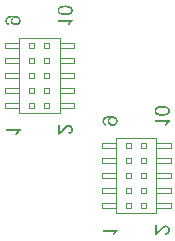
<source format=gbr>
%TF.GenerationSoftware,Altium Limited,Altium Designer,18.1.9 (240)*%
G04 Layer_Color=0*
%FSLAX26Y26*%
%MOIN*%
%TF.FileFunction,Other,Mechanical_16*%
%TF.Part,Single*%
G01*
G75*
%TA.AperFunction,NonConductor*%
%ADD24C,0.003940*%
G36*
X78589Y28221D02*
X80137Y28182D01*
X81608Y28066D01*
X82962Y27950D01*
X84200Y27795D01*
X85361Y27601D01*
X86368Y27408D01*
X87335Y27214D01*
X88148Y27021D01*
X88844Y26827D01*
X89464Y26672D01*
X89967Y26479D01*
X90354Y26363D01*
X90625Y26247D01*
X90818Y26208D01*
X90857Y26169D01*
X91747Y25744D01*
X92560Y25318D01*
X93334Y24815D01*
X94069Y24351D01*
X94727Y23809D01*
X95346Y23306D01*
X95888Y22802D01*
X96391Y22338D01*
X96817Y21874D01*
X97204Y21448D01*
X97552Y21061D01*
X97823Y20713D01*
X98016Y20442D01*
X98171Y20248D01*
X98249Y20093D01*
X98287Y20055D01*
X98752Y19281D01*
X99139Y18546D01*
X99526Y17771D01*
X99796Y16997D01*
X100067Y16262D01*
X100261Y15527D01*
X100454Y14830D01*
X100609Y14134D01*
X100687Y13514D01*
X100764Y12973D01*
X100841Y12470D01*
X100880Y12044D01*
X100919Y11696D01*
Y11231D01*
X100880Y9993D01*
X100725Y8832D01*
X100493Y7710D01*
X100183Y6626D01*
X99835Y5658D01*
X99448Y4730D01*
X99061Y3878D01*
X98635Y3104D01*
X98171Y2408D01*
X97784Y1827D01*
X97397Y1285D01*
X97049Y860D01*
X96739Y511D01*
X96507Y240D01*
X96352Y86D01*
X96314Y47D01*
X95423Y-727D01*
X94456Y-1424D01*
X93488Y-2004D01*
X92482Y-2507D01*
X91437Y-2933D01*
X90431Y-3281D01*
X89425Y-3591D01*
X88496Y-3823D01*
X87606Y-3978D01*
X86755Y-4133D01*
X86019Y-4210D01*
X85400Y-4287D01*
X84858Y-4326D01*
X84471Y-4365D01*
X84317D01*
X84200D01*
X84162D01*
X84123D01*
X82769Y-4326D01*
X81530Y-4171D01*
X80330Y-3978D01*
X79208Y-3707D01*
X78163Y-3359D01*
X77196Y-3010D01*
X76306Y-2623D01*
X75493Y-2236D01*
X74796Y-1849D01*
X74138Y-1462D01*
X73597Y-1075D01*
X73171Y-766D01*
X72823Y-495D01*
X72552Y-301D01*
X72397Y-147D01*
X72358Y-108D01*
X71584Y705D01*
X70888Y1556D01*
X70307Y2446D01*
X69804Y3298D01*
X69340Y4188D01*
X68991Y5039D01*
X68682Y5891D01*
X68450Y6703D01*
X68295Y7439D01*
X68140Y8135D01*
X68062Y8754D01*
X67985Y9258D01*
X67946Y9722D01*
X67908Y10031D01*
Y10302D01*
X67946Y10999D01*
X67985Y11657D01*
X68179Y12934D01*
X68488Y14095D01*
X68643Y14637D01*
X68798Y15140D01*
X68953Y15566D01*
X69107Y15953D01*
X69262Y16301D01*
X69417Y16610D01*
X69533Y16843D01*
X69611Y16997D01*
X69688Y17114D01*
Y17152D01*
X70423Y18275D01*
X71197Y19281D01*
X71971Y20132D01*
X72745Y20867D01*
X73094Y21177D01*
X73403Y21448D01*
X73674Y21642D01*
X73945Y21835D01*
X74138Y21990D01*
X74293Y22106D01*
X74371Y22145D01*
X74409Y22183D01*
X74138D01*
X73868D01*
X73674D01*
X73519D01*
X73287D01*
X73210D01*
X71816Y22145D01*
X70462Y22029D01*
X69185Y21874D01*
X68604Y21796D01*
X68062Y21719D01*
X67559Y21642D01*
X67095Y21564D01*
X66708Y21487D01*
X66360Y21409D01*
X66089Y21332D01*
X65895Y21293D01*
X65779Y21255D01*
X65740D01*
X64463Y20906D01*
X63302Y20519D01*
X62799Y20326D01*
X62296Y20171D01*
X61870Y19977D01*
X61483Y19784D01*
X61135Y19629D01*
X60826Y19474D01*
X60555Y19358D01*
X60322Y19242D01*
X60168Y19126D01*
X60052Y19087D01*
X59974Y19010D01*
X59935D01*
X59161Y18468D01*
X58504Y17926D01*
X57923Y17346D01*
X57420Y16804D01*
X57033Y16301D01*
X56762Y15914D01*
X56646Y15759D01*
X56607Y15643D01*
X56530Y15604D01*
Y15566D01*
X56104Y14753D01*
X55795Y13902D01*
X55562Y13050D01*
X55408Y12276D01*
X55330Y11618D01*
X55291Y11347D01*
Y11076D01*
X55253Y10883D01*
Y10612D01*
X55291Y9993D01*
X55330Y9451D01*
X55562Y8367D01*
X55833Y7477D01*
X56182Y6703D01*
X56375Y6355D01*
X56530Y6084D01*
X56685Y5813D01*
X56840Y5620D01*
X56956Y5465D01*
X57033Y5349D01*
X57072Y5271D01*
X57110Y5233D01*
X57497Y4846D01*
X57884Y4497D01*
X58852Y3917D01*
X59819Y3414D01*
X60826Y3027D01*
X61251Y2872D01*
X61716Y2756D01*
X62103Y2640D01*
X62451Y2562D01*
X62722Y2485D01*
X62915Y2446D01*
X63070Y2408D01*
X63109D01*
X62567Y-3436D01*
X61483Y-3281D01*
X60477Y-3049D01*
X59548Y-2740D01*
X58658Y-2430D01*
X57846Y-2082D01*
X57110Y-1733D01*
X56414Y-1346D01*
X55833Y-959D01*
X55291Y-572D01*
X54788Y-224D01*
X54401Y86D01*
X54053Y395D01*
X53821Y627D01*
X53627Y821D01*
X53511Y937D01*
X53473Y976D01*
X52892Y1672D01*
X52428Y2446D01*
X52002Y3220D01*
X51615Y4033D01*
X51305Y4807D01*
X51035Y5620D01*
X50841Y6394D01*
X50648Y7129D01*
X50531Y7826D01*
X50415Y8445D01*
X50377Y9025D01*
X50299Y9528D01*
Y9915D01*
X50261Y10225D01*
Y10496D01*
X50299Y11502D01*
X50377Y12470D01*
X50531Y13398D01*
X50725Y14289D01*
X50957Y15140D01*
X51189Y15914D01*
X51460Y16649D01*
X51731Y17307D01*
X52002Y17926D01*
X52273Y18429D01*
X52505Y18894D01*
X52737Y19281D01*
X52931Y19590D01*
X53086Y19823D01*
X53163Y19977D01*
X53202Y20016D01*
X53782Y20751D01*
X54401Y21448D01*
X55098Y22106D01*
X55795Y22725D01*
X56491Y23267D01*
X57188Y23770D01*
X57884Y24234D01*
X58581Y24621D01*
X59239Y25008D01*
X59819Y25318D01*
X60361Y25589D01*
X60826Y25782D01*
X61213Y25937D01*
X61522Y26092D01*
X61677Y26131D01*
X61754Y26169D01*
X62838Y26556D01*
X64038Y26866D01*
X65237Y27137D01*
X66514Y27369D01*
X69030Y27756D01*
X70268Y27872D01*
X71468Y27988D01*
X72590Y28104D01*
X73597Y28143D01*
X74564Y28182D01*
X75338Y28221D01*
X75686D01*
X75996Y28259D01*
X76267D01*
X76499D01*
X76693D01*
X76809D01*
X76886D01*
X76925D01*
X78589Y28221D01*
D02*
G37*
G36*
X252222Y61812D02*
X253383Y61735D01*
X254505Y61696D01*
X255550Y61580D01*
X256518Y61502D01*
X257408Y61386D01*
X258182Y61309D01*
X258917Y61193D01*
X259536Y61077D01*
X260039Y60999D01*
X260504Y60922D01*
X260813Y60845D01*
X261084Y60767D01*
X261239Y60728D01*
X261278D01*
X262864Y60264D01*
X263600Y60032D01*
X264296Y59761D01*
X264916Y59529D01*
X265535Y59258D01*
X266115Y58987D01*
X266618Y58755D01*
X267083Y58523D01*
X267470Y58329D01*
X267818Y58136D01*
X268128Y57942D01*
X268360Y57826D01*
X268515Y57710D01*
X268631Y57671D01*
X268669Y57633D01*
X269753Y56858D01*
X270682Y56046D01*
X271456Y55233D01*
X272114Y54420D01*
X272656Y53724D01*
X272849Y53453D01*
X273004Y53182D01*
X273159Y52989D01*
X273236Y52795D01*
X273313Y52718D01*
Y52679D01*
X273855Y51518D01*
X274242Y50318D01*
X274552Y49118D01*
X274745Y48035D01*
X274823Y47532D01*
X274861Y47106D01*
X274900Y46680D01*
Y46332D01*
X274939Y46061D01*
Y45674D01*
X274900Y44668D01*
X274823Y43739D01*
X274668Y42849D01*
X274474Y41998D01*
X274281Y41185D01*
X274010Y40450D01*
X273778Y39753D01*
X273507Y39134D01*
X273236Y38592D01*
X272965Y38089D01*
X272694Y37663D01*
X272501Y37315D01*
X272307Y37044D01*
X272152Y36812D01*
X272075Y36696D01*
X272036Y36657D01*
X271456Y35999D01*
X270837Y35419D01*
X270179Y34838D01*
X269521Y34335D01*
X268824Y33832D01*
X268128Y33406D01*
X267470Y32981D01*
X266812Y32632D01*
X266193Y32323D01*
X265612Y32052D01*
X265109Y31820D01*
X264645Y31626D01*
X264258Y31471D01*
X263987Y31355D01*
X263832Y31317D01*
X263755Y31278D01*
X262710Y30968D01*
X261587Y30697D01*
X260465Y30465D01*
X259265Y30233D01*
X256905Y29923D01*
X255744Y29807D01*
X254660Y29730D01*
X253615Y29652D01*
X252648Y29575D01*
X251796Y29536D01*
X251061D01*
X250442Y29498D01*
X250171D01*
X249977D01*
X249822D01*
X249706D01*
X249629D01*
X249590D01*
X248313D01*
X247075Y29536D01*
X245875Y29614D01*
X244714Y29691D01*
X243592Y29807D01*
X242508Y29962D01*
X241502Y30078D01*
X240535Y30272D01*
X239606Y30426D01*
X238716Y30620D01*
X237864Y30813D01*
X237052Y31046D01*
X236278Y31278D01*
X235542Y31471D01*
X234884Y31703D01*
X234226Y31936D01*
X233646Y32168D01*
X233065Y32400D01*
X232562Y32632D01*
X232098Y32826D01*
X231633Y33058D01*
X231246Y33252D01*
X230898Y33445D01*
X230589Y33600D01*
X230047Y33909D01*
X229698Y34180D01*
X229466Y34335D01*
X229389Y34374D01*
X228499Y35187D01*
X227686Y36038D01*
X227028Y36928D01*
X226448Y37857D01*
X225945Y38824D01*
X225519Y39753D01*
X225209Y40682D01*
X224938Y41572D01*
X224706Y42423D01*
X224551Y43197D01*
X224435Y43894D01*
X224358Y44474D01*
X224319Y44978D01*
X224280Y45365D01*
Y45674D01*
X224319Y46680D01*
X224397Y47609D01*
X224551Y48499D01*
X224745Y49351D01*
X224938Y50163D01*
X225209Y50899D01*
X225480Y51595D01*
X225751Y52215D01*
X226022Y52756D01*
X226254Y53259D01*
X226525Y53646D01*
X226719Y53995D01*
X226912Y54304D01*
X227067Y54498D01*
X227144Y54614D01*
X227183Y54653D01*
X227763Y55310D01*
X228383Y55930D01*
X229041Y56471D01*
X229698Y57013D01*
X230395Y57478D01*
X231092Y57942D01*
X231750Y58329D01*
X232407Y58677D01*
X233027Y59026D01*
X233607Y59297D01*
X234149Y59529D01*
X234575Y59684D01*
X234962Y59838D01*
X235233Y59955D01*
X235387Y59993D01*
X235465Y60032D01*
X236510Y60342D01*
X237632Y60651D01*
X238754Y60883D01*
X239954Y61077D01*
X242315Y61425D01*
X243437Y61541D01*
X244559Y61619D01*
X245565Y61696D01*
X246533Y61773D01*
X247384Y61812D01*
X248158D01*
X248739Y61851D01*
X249010D01*
X249203D01*
X249358D01*
X249474D01*
X249552D01*
X249590D01*
X250945D01*
X252222Y61812D01*
D02*
G37*
G36*
X274939Y9954D02*
X274320Y9645D01*
X273739Y9258D01*
X272539Y8445D01*
X271417Y7555D01*
X270411Y6665D01*
X269947Y6239D01*
X269521Y5852D01*
X269173Y5465D01*
X268863Y5155D01*
X268631Y4884D01*
X268437Y4691D01*
X268321Y4575D01*
X268282Y4536D01*
X267044Y3066D01*
X265922Y1556D01*
X264954Y47D01*
X264490Y-650D01*
X264103Y-1346D01*
X263755Y-1966D01*
X263406Y-2546D01*
X263135Y-3049D01*
X262903Y-3514D01*
X262710Y-3862D01*
X262594Y-4133D01*
X262516Y-4287D01*
X262477Y-4365D01*
X256595D01*
X257021Y-3281D01*
X257524Y-2159D01*
X258066Y-1114D01*
X258569Y-108D01*
X258801Y318D01*
X259033Y744D01*
X259227Y1092D01*
X259381Y1440D01*
X259536Y1672D01*
X259652Y1866D01*
X259691Y1982D01*
X259730Y2021D01*
X260504Y3298D01*
X261278Y4459D01*
X261626Y4962D01*
X261974Y5426D01*
X262284Y5891D01*
X262594Y6278D01*
X262903Y6626D01*
X263135Y6936D01*
X263368Y7206D01*
X263561Y7439D01*
X263716Y7593D01*
X263832Y7710D01*
X263871Y7787D01*
X263909Y7826D01*
X225132D01*
Y13902D01*
X274939D01*
Y9954D01*
D02*
G37*
G36*
X100919Y-354696D02*
X100300Y-355005D01*
X99719Y-355392D01*
X98519Y-356205D01*
X97397Y-357095D01*
X96391Y-357985D01*
X95927Y-358411D01*
X95501Y-358798D01*
X95153Y-359185D01*
X94843Y-359495D01*
X94611Y-359766D01*
X94417Y-359959D01*
X94301Y-360075D01*
X94262Y-360114D01*
X93024Y-361584D01*
X91902Y-363094D01*
X90934Y-364603D01*
X90470Y-365300D01*
X90083Y-365996D01*
X89734Y-366615D01*
X89386Y-367196D01*
X89115Y-367699D01*
X88883Y-368163D01*
X88690Y-368512D01*
X88573Y-368783D01*
X88496Y-368938D01*
X88457Y-369015D01*
X82575D01*
X83001Y-367931D01*
X83504Y-366809D01*
X84046Y-365764D01*
X84549Y-364758D01*
X84781Y-364332D01*
X85013Y-363906D01*
X85207Y-363558D01*
X85361Y-363210D01*
X85516Y-362978D01*
X85632Y-362784D01*
X85671Y-362668D01*
X85710Y-362629D01*
X86484Y-361352D01*
X87258Y-360191D01*
X87606Y-359688D01*
X87954Y-359224D01*
X88264Y-358759D01*
X88573Y-358372D01*
X88883Y-358024D01*
X89115Y-357714D01*
X89347Y-357444D01*
X89541Y-357211D01*
X89696Y-357057D01*
X89812Y-356940D01*
X89851Y-356863D01*
X89889Y-356824D01*
X51112D01*
Y-350748D01*
X100919D01*
Y-354696D01*
D02*
G37*
G36*
X230976Y-360462D02*
X231595Y-360075D01*
X232175Y-359649D01*
X232717Y-359224D01*
X233220Y-358798D01*
X233646Y-358450D01*
X233956Y-358179D01*
X234149Y-357985D01*
X234226Y-357908D01*
X234575Y-357560D01*
X234962Y-357173D01*
X235426Y-356670D01*
X235891Y-356166D01*
X236935Y-355005D01*
X237980Y-353806D01*
X238483Y-353225D01*
X238948Y-352683D01*
X239374Y-352180D01*
X239761Y-351755D01*
X240070Y-351368D01*
X240302Y-351097D01*
X240457Y-350942D01*
X240496Y-350865D01*
X241502Y-349665D01*
X242470Y-348581D01*
X243360Y-347536D01*
X244211Y-346608D01*
X244985Y-345756D01*
X245720Y-344982D01*
X246378Y-344324D01*
X246959Y-343705D01*
X247500Y-343163D01*
X247926Y-342699D01*
X248352Y-342312D01*
X248661Y-342002D01*
X248932Y-341770D01*
X249087Y-341577D01*
X249203Y-341499D01*
X249242Y-341461D01*
X250403Y-340493D01*
X251525Y-339642D01*
X252531Y-338945D01*
X253460Y-338403D01*
X253847Y-338171D01*
X254196Y-337978D01*
X254505Y-337784D01*
X254776Y-337668D01*
X255008Y-337552D01*
X255163Y-337474D01*
X255240Y-337436D01*
X255279D01*
X256363Y-337010D01*
X257408Y-336700D01*
X258414Y-336507D01*
X259304Y-336352D01*
X259691Y-336313D01*
X260078Y-336275D01*
X260388Y-336236D01*
X260659Y-336197D01*
X260852D01*
X261046D01*
X261123D01*
X261162D01*
X262245Y-336236D01*
X263251Y-336391D01*
X264219Y-336584D01*
X265148Y-336855D01*
X266038Y-337165D01*
X266812Y-337513D01*
X267586Y-337900D01*
X268244Y-338287D01*
X268863Y-338674D01*
X269405Y-339061D01*
X269869Y-339409D01*
X270256Y-339719D01*
X270566Y-339990D01*
X270759Y-340183D01*
X270914Y-340338D01*
X270953Y-340377D01*
X271649Y-341190D01*
X272269Y-342080D01*
X272810Y-342970D01*
X273275Y-343899D01*
X273662Y-344866D01*
X273971Y-345795D01*
X274242Y-346724D01*
X274436Y-347575D01*
X274591Y-348426D01*
X274745Y-349200D01*
X274823Y-349897D01*
X274861Y-350516D01*
X274900Y-350981D01*
X274939Y-351368D01*
Y-351677D01*
X274900Y-352954D01*
X274784Y-354193D01*
X274591Y-355354D01*
X274358Y-356437D01*
X274087Y-357444D01*
X273778Y-358372D01*
X273430Y-359224D01*
X273120Y-359998D01*
X272772Y-360656D01*
X272423Y-361275D01*
X272114Y-361778D01*
X271843Y-362204D01*
X271611Y-362552D01*
X271417Y-362784D01*
X271301Y-362939D01*
X271262Y-362978D01*
X270527Y-363713D01*
X269753Y-364371D01*
X268902Y-364990D01*
X268050Y-365493D01*
X267160Y-365958D01*
X266270Y-366345D01*
X265380Y-366654D01*
X264529Y-366925D01*
X263755Y-367157D01*
X262981Y-367351D01*
X262323Y-367506D01*
X261742Y-367622D01*
X261239Y-367699D01*
X260891Y-367738D01*
X260659Y-367776D01*
X260620D01*
X260581D01*
X259923Y-361507D01*
X260775Y-361468D01*
X261587Y-361391D01*
X262323Y-361275D01*
X263058Y-361081D01*
X263677Y-360888D01*
X264296Y-360656D01*
X264838Y-360423D01*
X265341Y-360191D01*
X265767Y-359959D01*
X266154Y-359688D01*
X266502Y-359495D01*
X266773Y-359301D01*
X266967Y-359108D01*
X267121Y-358992D01*
X267199Y-358914D01*
X267238Y-358875D01*
X267702Y-358372D01*
X268128Y-357792D01*
X268476Y-357250D01*
X268786Y-356631D01*
X269056Y-356050D01*
X269250Y-355470D01*
X269443Y-354889D01*
X269560Y-354348D01*
X269676Y-353844D01*
X269753Y-353341D01*
X269830Y-352916D01*
X269869Y-352567D01*
X269908Y-352258D01*
Y-351832D01*
X269869Y-351058D01*
X269792Y-350323D01*
X269676Y-349665D01*
X269521Y-349007D01*
X269327Y-348426D01*
X269095Y-347846D01*
X268902Y-347343D01*
X268669Y-346878D01*
X268399Y-346453D01*
X268205Y-346104D01*
X267973Y-345795D01*
X267779Y-345524D01*
X267625Y-345330D01*
X267508Y-345176D01*
X267431Y-345098D01*
X267392Y-345060D01*
X266928Y-344595D01*
X266425Y-344208D01*
X265922Y-343860D01*
X265380Y-343550D01*
X264877Y-343318D01*
X264374Y-343086D01*
X263406Y-342776D01*
X262981Y-342699D01*
X262555Y-342622D01*
X262207Y-342544D01*
X261897Y-342505D01*
X261626Y-342467D01*
X261433D01*
X261316D01*
X261278D01*
X260620Y-342505D01*
X259962Y-342583D01*
X259304Y-342738D01*
X258685Y-342931D01*
X257446Y-343357D01*
X256866Y-343628D01*
X256324Y-343899D01*
X255821Y-344170D01*
X255357Y-344440D01*
X254931Y-344673D01*
X254583Y-344866D01*
X254312Y-345060D01*
X254118Y-345214D01*
X253963Y-345292D01*
X253925Y-345330D01*
X253189Y-345911D01*
X252377Y-346608D01*
X251525Y-347382D01*
X250674Y-348233D01*
X249784Y-349123D01*
X248894Y-350013D01*
X248042Y-350942D01*
X247230Y-351832D01*
X246456Y-352722D01*
X245720Y-353535D01*
X245101Y-354270D01*
X244521Y-354928D01*
X244056Y-355470D01*
X243747Y-355896D01*
X243592Y-356050D01*
X243514Y-356166D01*
X243476Y-356205D01*
X243437Y-356244D01*
X242663Y-357211D01*
X241889Y-358101D01*
X241154Y-358914D01*
X240457Y-359688D01*
X239799Y-360423D01*
X239180Y-361081D01*
X238600Y-361662D01*
X238096Y-362204D01*
X237593Y-362668D01*
X237168Y-363094D01*
X236819Y-363442D01*
X236510Y-363752D01*
X236278Y-363945D01*
X236084Y-364139D01*
X235968Y-364216D01*
X235929Y-364255D01*
X234730Y-365222D01*
X233530Y-366035D01*
X232407Y-366732D01*
X231440Y-367273D01*
X230976Y-367506D01*
X230589Y-367699D01*
X230240Y-367854D01*
X229931Y-368009D01*
X229698Y-368125D01*
X229505Y-368163D01*
X229389Y-368241D01*
X229350D01*
X228576Y-368473D01*
X227841Y-368667D01*
X227106Y-368783D01*
X226486Y-368860D01*
X225945Y-368938D01*
X225519D01*
X225364D01*
X225248D01*
X225171D01*
X225132D01*
Y-336120D01*
X230976D01*
Y-360462D01*
D02*
G37*
G36*
X-244651Y363221D02*
X-243103Y363182D01*
X-241632Y363066D01*
X-240278Y362950D01*
X-239040Y362795D01*
X-237879Y362601D01*
X-236872Y362408D01*
X-235905Y362214D01*
X-235092Y362021D01*
X-234396Y361827D01*
X-233776Y361673D01*
X-233273Y361479D01*
X-232886Y361363D01*
X-232615Y361247D01*
X-232422Y361208D01*
X-232383Y361169D01*
X-231493Y360744D01*
X-230680Y360318D01*
X-229906Y359815D01*
X-229171Y359351D01*
X-228513Y358809D01*
X-227894Y358306D01*
X-227352Y357803D01*
X-226849Y357338D01*
X-226423Y356874D01*
X-226036Y356448D01*
X-225688Y356061D01*
X-225417Y355713D01*
X-225224Y355442D01*
X-225069Y355248D01*
X-224992Y355094D01*
X-224953Y355055D01*
X-224488Y354281D01*
X-224101Y353546D01*
X-223714Y352772D01*
X-223444Y351998D01*
X-223173Y351262D01*
X-222979Y350527D01*
X-222786Y349830D01*
X-222631Y349134D01*
X-222553Y348514D01*
X-222476Y347973D01*
X-222399Y347470D01*
X-222360Y347044D01*
X-222321Y346696D01*
Y346231D01*
X-222360Y344993D01*
X-222515Y343832D01*
X-222747Y342709D01*
X-223056Y341626D01*
X-223405Y340658D01*
X-223792Y339730D01*
X-224179Y338878D01*
X-224605Y338104D01*
X-225069Y337408D01*
X-225456Y336827D01*
X-225843Y336285D01*
X-226191Y335860D01*
X-226501Y335511D01*
X-226733Y335240D01*
X-226888Y335086D01*
X-226927Y335047D01*
X-227817Y334273D01*
X-228784Y333576D01*
X-229752Y332996D01*
X-230758Y332493D01*
X-231803Y332067D01*
X-232809Y331719D01*
X-233815Y331409D01*
X-234744Y331177D01*
X-235634Y331022D01*
X-236485Y330867D01*
X-237221Y330790D01*
X-237840Y330712D01*
X-238382Y330674D01*
X-238769Y330635D01*
X-238923D01*
X-239040D01*
X-239078D01*
X-239117D01*
X-240471Y330674D01*
X-241710Y330829D01*
X-242910Y331022D01*
X-244032Y331293D01*
X-245077Y331641D01*
X-246044Y331990D01*
X-246934Y332377D01*
X-247747Y332764D01*
X-248444Y333151D01*
X-249102Y333538D01*
X-249643Y333925D01*
X-250069Y334234D01*
X-250417Y334505D01*
X-250688Y334699D01*
X-250843Y334853D01*
X-250882Y334892D01*
X-251656Y335705D01*
X-252352Y336556D01*
X-252933Y337446D01*
X-253436Y338298D01*
X-253900Y339188D01*
X-254249Y340039D01*
X-254558Y340891D01*
X-254791Y341703D01*
X-254945Y342439D01*
X-255100Y343135D01*
X-255178Y343754D01*
X-255255Y344257D01*
X-255294Y344722D01*
X-255332Y345031D01*
Y345302D01*
X-255294Y345999D01*
X-255255Y346657D01*
X-255061Y347934D01*
X-254752Y349095D01*
X-254597Y349637D01*
X-254442Y350140D01*
X-254287Y350566D01*
X-254133Y350953D01*
X-253978Y351301D01*
X-253823Y351611D01*
X-253707Y351843D01*
X-253630Y351998D01*
X-253552Y352114D01*
Y352152D01*
X-252817Y353275D01*
X-252043Y354281D01*
X-251269Y355132D01*
X-250495Y355868D01*
X-250147Y356177D01*
X-249837Y356448D01*
X-249566Y356642D01*
X-249295Y356835D01*
X-249102Y356990D01*
X-248947Y357106D01*
X-248869Y357145D01*
X-248831Y357183D01*
X-249102D01*
X-249373D01*
X-249566D01*
X-249721D01*
X-249953D01*
X-250030D01*
X-251424Y357145D01*
X-252778Y357029D01*
X-254055Y356874D01*
X-254636Y356796D01*
X-255178Y356719D01*
X-255681Y356642D01*
X-256145Y356564D01*
X-256532Y356487D01*
X-256880Y356409D01*
X-257151Y356332D01*
X-257345Y356293D01*
X-257461Y356255D01*
X-257500D01*
X-258777Y355906D01*
X-259938Y355519D01*
X-260441Y355326D01*
X-260944Y355171D01*
X-261370Y354977D01*
X-261757Y354784D01*
X-262105Y354629D01*
X-262414Y354474D01*
X-262685Y354358D01*
X-262918Y354242D01*
X-263072Y354126D01*
X-263188Y354087D01*
X-263266Y354010D01*
X-263305D01*
X-264079Y353468D01*
X-264736Y352926D01*
X-265317Y352346D01*
X-265820Y351804D01*
X-266207Y351301D01*
X-266478Y350914D01*
X-266594Y350759D01*
X-266633Y350643D01*
X-266710Y350604D01*
Y350566D01*
X-267136Y349753D01*
X-267445Y348901D01*
X-267678Y348050D01*
X-267832Y347276D01*
X-267910Y346618D01*
X-267949Y346347D01*
Y346076D01*
X-267987Y345883D01*
Y345612D01*
X-267949Y344993D01*
X-267910Y344451D01*
X-267678Y343367D01*
X-267407Y342477D01*
X-267058Y341703D01*
X-266865Y341355D01*
X-266710Y341084D01*
X-266555Y340813D01*
X-266401Y340620D01*
X-266284Y340465D01*
X-266207Y340349D01*
X-266168Y340271D01*
X-266130Y340233D01*
X-265743Y339846D01*
X-265356Y339497D01*
X-264388Y338917D01*
X-263421Y338414D01*
X-262414Y338027D01*
X-261989Y337872D01*
X-261524Y337756D01*
X-261137Y337640D01*
X-260789Y337562D01*
X-260518Y337485D01*
X-260325Y337446D01*
X-260170Y337408D01*
X-260131D01*
X-260673Y331564D01*
X-261757Y331719D01*
X-262763Y331951D01*
X-263692Y332260D01*
X-264582Y332570D01*
X-265394Y332918D01*
X-266130Y333267D01*
X-266826Y333654D01*
X-267407Y334041D01*
X-267949Y334428D01*
X-268452Y334776D01*
X-268839Y335086D01*
X-269187Y335395D01*
X-269419Y335627D01*
X-269613Y335821D01*
X-269729Y335937D01*
X-269767Y335976D01*
X-270348Y336672D01*
X-270812Y337446D01*
X-271238Y338220D01*
X-271625Y339033D01*
X-271935Y339807D01*
X-272205Y340620D01*
X-272399Y341394D01*
X-272592Y342129D01*
X-272709Y342826D01*
X-272825Y343445D01*
X-272863Y344025D01*
X-272941Y344528D01*
Y344915D01*
X-272979Y345225D01*
Y345496D01*
X-272941Y346502D01*
X-272863Y347470D01*
X-272709Y348398D01*
X-272515Y349288D01*
X-272283Y350140D01*
X-272051Y350914D01*
X-271780Y351649D01*
X-271509Y352307D01*
X-271238Y352926D01*
X-270967Y353429D01*
X-270735Y353894D01*
X-270503Y354281D01*
X-270309Y354590D01*
X-270154Y354823D01*
X-270077Y354977D01*
X-270038Y355016D01*
X-269458Y355751D01*
X-268839Y356448D01*
X-268142Y357106D01*
X-267445Y357725D01*
X-266749Y358267D01*
X-266052Y358770D01*
X-265356Y359234D01*
X-264659Y359621D01*
X-264001Y360008D01*
X-263421Y360318D01*
X-262879Y360589D01*
X-262414Y360782D01*
X-262027Y360937D01*
X-261718Y361092D01*
X-261563Y361131D01*
X-261486Y361169D01*
X-260402Y361556D01*
X-259202Y361866D01*
X-258003Y362137D01*
X-256726Y362369D01*
X-254210Y362756D01*
X-252972Y362872D01*
X-251772Y362988D01*
X-250650Y363104D01*
X-249643Y363143D01*
X-248676Y363182D01*
X-247902Y363221D01*
X-247554D01*
X-247244Y363259D01*
X-246973D01*
X-246741D01*
X-246547D01*
X-246431D01*
X-246354D01*
X-246315D01*
X-244651Y363221D01*
D02*
G37*
G36*
X-71018Y396812D02*
X-69857Y396735D01*
X-68735Y396696D01*
X-67690Y396580D01*
X-66722Y396502D01*
X-65832Y396386D01*
X-65058Y396309D01*
X-64323Y396193D01*
X-63704Y396077D01*
X-63201Y395999D01*
X-62736Y395922D01*
X-62427Y395845D01*
X-62156Y395767D01*
X-62001Y395728D01*
X-61962D01*
X-60376Y395264D01*
X-59640Y395032D01*
X-58944Y394761D01*
X-58325Y394529D01*
X-57705Y394258D01*
X-57125Y393987D01*
X-56622Y393755D01*
X-56157Y393523D01*
X-55770Y393329D01*
X-55422Y393136D01*
X-55112Y392942D01*
X-54880Y392826D01*
X-54725Y392710D01*
X-54609Y392671D01*
X-54571Y392632D01*
X-53487Y391858D01*
X-52558Y391046D01*
X-51784Y390233D01*
X-51126Y389420D01*
X-50584Y388724D01*
X-50391Y388453D01*
X-50236Y388182D01*
X-50081Y387988D01*
X-50004Y387795D01*
X-49927Y387718D01*
Y387679D01*
X-49385Y386518D01*
X-48998Y385318D01*
X-48688Y384118D01*
X-48495Y383035D01*
X-48417Y382532D01*
X-48379Y382106D01*
X-48340Y381680D01*
Y381332D01*
X-48301Y381061D01*
Y380674D01*
X-48340Y379668D01*
X-48417Y378739D01*
X-48572Y377849D01*
X-48766Y376998D01*
X-48959Y376185D01*
X-49230Y375450D01*
X-49462Y374753D01*
X-49733Y374134D01*
X-50004Y373592D01*
X-50275Y373089D01*
X-50546Y372663D01*
X-50739Y372315D01*
X-50933Y372044D01*
X-51088Y371812D01*
X-51165Y371696D01*
X-51204Y371657D01*
X-51784Y370999D01*
X-52403Y370419D01*
X-53061Y369838D01*
X-53719Y369335D01*
X-54416Y368832D01*
X-55112Y368406D01*
X-55770Y367981D01*
X-56428Y367632D01*
X-57047Y367323D01*
X-57628Y367052D01*
X-58131Y366820D01*
X-58595Y366626D01*
X-58982Y366471D01*
X-59253Y366355D01*
X-59408Y366317D01*
X-59486Y366278D01*
X-60530Y365968D01*
X-61653Y365697D01*
X-62775Y365465D01*
X-63975Y365233D01*
X-66335Y364923D01*
X-67496Y364807D01*
X-68580Y364730D01*
X-69625Y364652D01*
X-70592Y364575D01*
X-71444Y364536D01*
X-72179D01*
X-72798Y364498D01*
X-73069D01*
X-73263D01*
X-73418D01*
X-73534D01*
X-73611D01*
X-73650D01*
X-74927D01*
X-76165Y364536D01*
X-77365Y364614D01*
X-78526Y364691D01*
X-79648Y364807D01*
X-80732Y364962D01*
X-81738Y365078D01*
X-82706Y365272D01*
X-83634Y365426D01*
X-84524Y365620D01*
X-85376Y365813D01*
X-86189Y366046D01*
X-86963Y366278D01*
X-87698Y366471D01*
X-88356Y366704D01*
X-89014Y366936D01*
X-89594Y367168D01*
X-90175Y367400D01*
X-90678Y367632D01*
X-91142Y367826D01*
X-91606Y368058D01*
X-91993Y368252D01*
X-92342Y368445D01*
X-92651Y368600D01*
X-93193Y368909D01*
X-93541Y369180D01*
X-93774Y369335D01*
X-93851Y369374D01*
X-94741Y370187D01*
X-95554Y371038D01*
X-96212Y371928D01*
X-96792Y372857D01*
X-97295Y373824D01*
X-97721Y374753D01*
X-98031Y375682D01*
X-98302Y376572D01*
X-98534Y377423D01*
X-98689Y378197D01*
X-98805Y378894D01*
X-98882Y379474D01*
X-98921Y379978D01*
X-98960Y380365D01*
Y380674D01*
X-98921Y381680D01*
X-98843Y382609D01*
X-98689Y383499D01*
X-98495Y384351D01*
X-98302Y385163D01*
X-98031Y385899D01*
X-97760Y386595D01*
X-97489Y387214D01*
X-97218Y387756D01*
X-96986Y388259D01*
X-96715Y388646D01*
X-96521Y388995D01*
X-96328Y389304D01*
X-96173Y389498D01*
X-96096Y389614D01*
X-96057Y389653D01*
X-95477Y390310D01*
X-94857Y390930D01*
X-94199Y391471D01*
X-93541Y392013D01*
X-92845Y392478D01*
X-92148Y392942D01*
X-91490Y393329D01*
X-90832Y393677D01*
X-90213Y394026D01*
X-89633Y394297D01*
X-89091Y394529D01*
X-88665Y394684D01*
X-88278Y394838D01*
X-88007Y394954D01*
X-87853Y394993D01*
X-87775Y395032D01*
X-86730Y395341D01*
X-85608Y395651D01*
X-84486Y395883D01*
X-83286Y396077D01*
X-80925Y396425D01*
X-79803Y396541D01*
X-78681Y396619D01*
X-77674Y396696D01*
X-76707Y396773D01*
X-75856Y396812D01*
X-75082D01*
X-74501Y396851D01*
X-74230D01*
X-74037D01*
X-73882D01*
X-73766D01*
X-73688D01*
X-73650D01*
X-72295D01*
X-71018Y396812D01*
D02*
G37*
G36*
X-48301Y344954D02*
X-48920Y344644D01*
X-49501Y344257D01*
X-50701Y343445D01*
X-51823Y342555D01*
X-52829Y341665D01*
X-53294Y341239D01*
X-53719Y340852D01*
X-54068Y340465D01*
X-54377Y340155D01*
X-54609Y339884D01*
X-54803Y339691D01*
X-54919Y339575D01*
X-54958Y339536D01*
X-56196Y338065D01*
X-57318Y336556D01*
X-58286Y335047D01*
X-58750Y334350D01*
X-59137Y333654D01*
X-59486Y333034D01*
X-59834Y332454D01*
X-60105Y331951D01*
X-60337Y331486D01*
X-60530Y331138D01*
X-60647Y330867D01*
X-60724Y330712D01*
X-60763Y330635D01*
X-66645D01*
X-66219Y331719D01*
X-65716Y332841D01*
X-65174Y333886D01*
X-64671Y334892D01*
X-64439Y335318D01*
X-64207Y335743D01*
X-64013Y336092D01*
X-63859Y336440D01*
X-63704Y336672D01*
X-63588Y336866D01*
X-63549Y336982D01*
X-63510Y337021D01*
X-62736Y338298D01*
X-61962Y339459D01*
X-61614Y339962D01*
X-61266Y340426D01*
X-60956Y340891D01*
X-60647Y341278D01*
X-60337Y341626D01*
X-60105Y341935D01*
X-59873Y342206D01*
X-59679Y342439D01*
X-59524Y342593D01*
X-59408Y342709D01*
X-59369Y342787D01*
X-59331Y342826D01*
X-98108D01*
Y348901D01*
X-48301D01*
Y344954D01*
D02*
G37*
G36*
X-222321Y-19696D02*
X-222940Y-20006D01*
X-223521Y-20392D01*
X-224721Y-21205D01*
X-225843Y-22095D01*
X-226849Y-22985D01*
X-227314Y-23411D01*
X-227739Y-23798D01*
X-228088Y-24185D01*
X-228397Y-24495D01*
X-228629Y-24766D01*
X-228823Y-24959D01*
X-228939Y-25075D01*
X-228978Y-25114D01*
X-230216Y-26584D01*
X-231338Y-28094D01*
X-232306Y-29603D01*
X-232770Y-30300D01*
X-233157Y-30996D01*
X-233506Y-31616D01*
X-233854Y-32196D01*
X-234125Y-32699D01*
X-234357Y-33163D01*
X-234550Y-33512D01*
X-234667Y-33783D01*
X-234744Y-33938D01*
X-234783Y-34015D01*
X-240665D01*
X-240239Y-32931D01*
X-239736Y-31809D01*
X-239194Y-30764D01*
X-238691Y-29758D01*
X-238459Y-29332D01*
X-238227Y-28907D01*
X-238033Y-28558D01*
X-237879Y-28210D01*
X-237724Y-27978D01*
X-237608Y-27784D01*
X-237569Y-27668D01*
X-237530Y-27629D01*
X-236756Y-26352D01*
X-235982Y-25191D01*
X-235634Y-24688D01*
X-235286Y-24224D01*
X-234976Y-23759D01*
X-234667Y-23372D01*
X-234357Y-23024D01*
X-234125Y-22715D01*
X-233893Y-22444D01*
X-233699Y-22211D01*
X-233544Y-22057D01*
X-233428Y-21941D01*
X-233389Y-21863D01*
X-233351Y-21824D01*
X-272128D01*
Y-15748D01*
X-222321D01*
Y-19696D01*
D02*
G37*
G36*
X-92264Y-25462D02*
X-91645Y-25075D01*
X-91065Y-24649D01*
X-90523Y-24224D01*
X-90020Y-23798D01*
X-89594Y-23450D01*
X-89284Y-23179D01*
X-89091Y-22985D01*
X-89014Y-22908D01*
X-88665Y-22560D01*
X-88278Y-22173D01*
X-87814Y-21670D01*
X-87350Y-21166D01*
X-86305Y-20006D01*
X-85260Y-18806D01*
X-84757Y-18225D01*
X-84292Y-17683D01*
X-83867Y-17180D01*
X-83480Y-16755D01*
X-83170Y-16368D01*
X-82938Y-16097D01*
X-82783Y-15942D01*
X-82744Y-15865D01*
X-81738Y-14665D01*
X-80770Y-13581D01*
X-79880Y-12536D01*
X-79029Y-11608D01*
X-78255Y-10756D01*
X-77520Y-9982D01*
X-76862Y-9324D01*
X-76281Y-8705D01*
X-75740Y-8163D01*
X-75314Y-7699D01*
X-74888Y-7312D01*
X-74579Y-7002D01*
X-74308Y-6770D01*
X-74153Y-6577D01*
X-74037Y-6499D01*
X-73998Y-6460D01*
X-72837Y-5493D01*
X-71715Y-4642D01*
X-70709Y-3945D01*
X-69780Y-3403D01*
X-69393Y-3171D01*
X-69044Y-2978D01*
X-68735Y-2784D01*
X-68464Y-2668D01*
X-68232Y-2552D01*
X-68077Y-2474D01*
X-67999Y-2436D01*
X-67961D01*
X-66877Y-2010D01*
X-65832Y-1700D01*
X-64826Y-1507D01*
X-63936Y-1352D01*
X-63549Y-1313D01*
X-63162Y-1275D01*
X-62852Y-1236D01*
X-62581Y-1197D01*
X-62388D01*
X-62194D01*
X-62117D01*
X-62078D01*
X-60995Y-1236D01*
X-59989Y-1391D01*
X-59021Y-1584D01*
X-58092Y-1855D01*
X-57202Y-2165D01*
X-56428Y-2513D01*
X-55654Y-2900D01*
X-54996Y-3287D01*
X-54377Y-3674D01*
X-53835Y-4061D01*
X-53371Y-4409D01*
X-52984Y-4719D01*
X-52674Y-4990D01*
X-52481Y-5183D01*
X-52326Y-5338D01*
X-52287Y-5377D01*
X-51591Y-6190D01*
X-50971Y-7080D01*
X-50430Y-7970D01*
X-49965Y-8899D01*
X-49578Y-9866D01*
X-49269Y-10795D01*
X-48998Y-11724D01*
X-48804Y-12575D01*
X-48650Y-13427D01*
X-48495Y-14200D01*
X-48417Y-14897D01*
X-48379Y-15516D01*
X-48340Y-15981D01*
X-48301Y-16368D01*
Y-16677D01*
X-48340Y-17954D01*
X-48456Y-19193D01*
X-48650Y-20354D01*
X-48882Y-21437D01*
X-49153Y-22444D01*
X-49462Y-23372D01*
X-49810Y-24224D01*
X-50120Y-24998D01*
X-50468Y-25656D01*
X-50817Y-26275D01*
X-51126Y-26778D01*
X-51397Y-27204D01*
X-51629Y-27552D01*
X-51823Y-27784D01*
X-51939Y-27939D01*
X-51978Y-27978D01*
X-52713Y-28713D01*
X-53487Y-29371D01*
X-54338Y-29990D01*
X-55190Y-30493D01*
X-56080Y-30958D01*
X-56970Y-31345D01*
X-57860Y-31654D01*
X-58712Y-31925D01*
X-59486Y-32157D01*
X-60260Y-32351D01*
X-60917Y-32506D01*
X-61498Y-32622D01*
X-62001Y-32699D01*
X-62349Y-32738D01*
X-62581Y-32776D01*
X-62620D01*
X-62659D01*
X-63317Y-26507D01*
X-62465Y-26468D01*
X-61653Y-26391D01*
X-60917Y-26275D01*
X-60182Y-26081D01*
X-59563Y-25888D01*
X-58944Y-25656D01*
X-58402Y-25424D01*
X-57899Y-25191D01*
X-57473Y-24959D01*
X-57086Y-24688D01*
X-56738Y-24495D01*
X-56467Y-24301D01*
X-56273Y-24108D01*
X-56119Y-23992D01*
X-56041Y-23914D01*
X-56002Y-23875D01*
X-55538Y-23372D01*
X-55112Y-22792D01*
X-54764Y-22250D01*
X-54455Y-21631D01*
X-54184Y-21050D01*
X-53990Y-20470D01*
X-53797Y-19889D01*
X-53681Y-19348D01*
X-53564Y-18844D01*
X-53487Y-18341D01*
X-53410Y-17916D01*
X-53371Y-17567D01*
X-53332Y-17258D01*
Y-16832D01*
X-53371Y-16058D01*
X-53448Y-15323D01*
X-53564Y-14665D01*
X-53719Y-14007D01*
X-53913Y-13427D01*
X-54145Y-12846D01*
X-54338Y-12343D01*
X-54571Y-11879D01*
X-54842Y-11453D01*
X-55035Y-11104D01*
X-55267Y-10795D01*
X-55461Y-10524D01*
X-55615Y-10331D01*
X-55732Y-10176D01*
X-55809Y-10098D01*
X-55848Y-10060D01*
X-56312Y-9595D01*
X-56815Y-9208D01*
X-57318Y-8860D01*
X-57860Y-8550D01*
X-58363Y-8318D01*
X-58866Y-8086D01*
X-59834Y-7776D01*
X-60260Y-7699D01*
X-60685Y-7622D01*
X-61033Y-7544D01*
X-61343Y-7505D01*
X-61614Y-7467D01*
X-61807D01*
X-61924D01*
X-61962D01*
X-62620Y-7505D01*
X-63278Y-7583D01*
X-63936Y-7738D01*
X-64555Y-7931D01*
X-65794Y-8357D01*
X-66374Y-8628D01*
X-66916Y-8899D01*
X-67419Y-9169D01*
X-67883Y-9440D01*
X-68309Y-9673D01*
X-68657Y-9866D01*
X-68928Y-10060D01*
X-69122Y-10214D01*
X-69277Y-10292D01*
X-69315Y-10331D01*
X-70051Y-10911D01*
X-70863Y-11608D01*
X-71715Y-12382D01*
X-72566Y-13233D01*
X-73456Y-14123D01*
X-74346Y-15013D01*
X-75198Y-15942D01*
X-76010Y-16832D01*
X-76784Y-17722D01*
X-77520Y-18535D01*
X-78139Y-19270D01*
X-78719Y-19928D01*
X-79184Y-20470D01*
X-79493Y-20896D01*
X-79648Y-21050D01*
X-79726Y-21166D01*
X-79764Y-21205D01*
X-79803Y-21244D01*
X-80577Y-22211D01*
X-81351Y-23102D01*
X-82086Y-23914D01*
X-82783Y-24688D01*
X-83441Y-25424D01*
X-84060Y-26081D01*
X-84641Y-26662D01*
X-85144Y-27204D01*
X-85647Y-27668D01*
X-86072Y-28094D01*
X-86421Y-28442D01*
X-86730Y-28752D01*
X-86963Y-28945D01*
X-87156Y-29139D01*
X-87272Y-29216D01*
X-87311Y-29255D01*
X-88510Y-30222D01*
X-89710Y-31035D01*
X-90832Y-31732D01*
X-91800Y-32273D01*
X-92264Y-32506D01*
X-92651Y-32699D01*
X-93000Y-32854D01*
X-93309Y-33009D01*
X-93541Y-33125D01*
X-93735Y-33163D01*
X-93851Y-33241D01*
X-93890D01*
X-94664Y-33473D01*
X-95399Y-33667D01*
X-96134Y-33783D01*
X-96754Y-33860D01*
X-97295Y-33938D01*
X-97721D01*
X-97876D01*
X-97992D01*
X-98069D01*
X-98108D01*
Y-1120D01*
X-92264D01*
Y-25462D01*
D02*
G37*
%LPC*%
G36*
X84936Y21487D02*
X84665D01*
X84510D01*
X84433D01*
X83465Y21448D01*
X82575Y21371D01*
X81724Y21216D01*
X80950Y21061D01*
X80214Y20867D01*
X79556Y20635D01*
X78937Y20364D01*
X78357Y20132D01*
X77892Y19861D01*
X77467Y19590D01*
X77080Y19358D01*
X76770Y19165D01*
X76538Y19010D01*
X76383Y18855D01*
X76267Y18778D01*
X76228Y18739D01*
X75725Y18197D01*
X75261Y17655D01*
X74874Y17114D01*
X74525Y16533D01*
X74254Y15914D01*
X74022Y15372D01*
X73829Y14792D01*
X73674Y14250D01*
X73519Y13747D01*
X73442Y13282D01*
X73364Y12857D01*
X73326Y12508D01*
Y12237D01*
X73287Y12005D01*
Y11812D01*
X73326Y11038D01*
X73403Y10302D01*
X73558Y9606D01*
X73751Y8909D01*
X73984Y8290D01*
X74216Y7710D01*
X74487Y7168D01*
X74758Y6703D01*
X75028Y6239D01*
X75299Y5852D01*
X75532Y5542D01*
X75764Y5233D01*
X75957Y5039D01*
X76112Y4846D01*
X76189Y4768D01*
X76228Y4730D01*
X76809Y4226D01*
X77428Y3801D01*
X78047Y3414D01*
X78705Y3104D01*
X79324Y2833D01*
X79982Y2601D01*
X80601Y2408D01*
X81182Y2253D01*
X81762Y2137D01*
X82265Y2059D01*
X82730Y1982D01*
X83156Y1943D01*
X83465D01*
X83736Y1905D01*
X83891D01*
X83930D01*
X84897Y1943D01*
X85826Y2021D01*
X86677Y2175D01*
X87529Y2369D01*
X88264Y2601D01*
X88999Y2833D01*
X89657Y3104D01*
X90238Y3414D01*
X90779Y3685D01*
X91244Y3956D01*
X91631Y4188D01*
X91940Y4420D01*
X92211Y4614D01*
X92405Y4768D01*
X92521Y4846D01*
X92560Y4884D01*
X93140Y5465D01*
X93643Y6045D01*
X94108Y6665D01*
X94495Y7284D01*
X94804Y7864D01*
X95075Y8445D01*
X95307Y9025D01*
X95462Y9567D01*
X95617Y10070D01*
X95694Y10535D01*
X95772Y10922D01*
X95849Y11270D01*
Y11579D01*
X95888Y11773D01*
Y11966D01*
X95849Y12702D01*
X95772Y13398D01*
X95617Y14056D01*
X95423Y14675D01*
X95153Y15295D01*
X94920Y15836D01*
X94611Y16340D01*
X94340Y16804D01*
X94069Y17230D01*
X93759Y17617D01*
X93527Y17926D01*
X93295Y18197D01*
X93063Y18429D01*
X92908Y18584D01*
X92831Y18662D01*
X92792Y18700D01*
X92173Y19203D01*
X91553Y19629D01*
X90857Y19977D01*
X90199Y20326D01*
X89464Y20597D01*
X88806Y20790D01*
X88109Y20984D01*
X87451Y21138D01*
X86832Y21255D01*
X86251Y21332D01*
X85748Y21409D01*
X85323Y21448D01*
X84936Y21487D01*
D02*
G37*
G36*
X250751Y55581D02*
X250403D01*
X250132D01*
X249900D01*
X249745D01*
X249629D01*
X249590D01*
X248468D01*
X247384Y55543D01*
X246378Y55504D01*
X245372Y55465D01*
X244443Y55388D01*
X243553Y55310D01*
X242702Y55233D01*
X241889Y55117D01*
X241115Y55040D01*
X240380Y54923D01*
X239722Y54807D01*
X239064Y54691D01*
X238445Y54536D01*
X237903Y54420D01*
X236858Y54150D01*
X235968Y53879D01*
X235233Y53608D01*
X234613Y53376D01*
X234110Y53182D01*
X233762Y52989D01*
X233491Y52834D01*
X233336Y52756D01*
X233298Y52718D01*
X232601Y52176D01*
X231982Y51595D01*
X231440Y51015D01*
X230976Y50396D01*
X230589Y49815D01*
X230240Y49235D01*
X230008Y48654D01*
X229776Y48112D01*
X229621Y47609D01*
X229505Y47145D01*
X229389Y46719D01*
X229350Y46371D01*
X229311Y46061D01*
X229273Y45868D01*
Y45674D01*
X229311Y44900D01*
X229466Y44165D01*
X229660Y43468D01*
X229892Y42772D01*
X230202Y42153D01*
X230550Y41572D01*
X230898Y41030D01*
X231285Y40566D01*
X231672Y40101D01*
X232020Y39714D01*
X232369Y39405D01*
X232678Y39095D01*
X232911Y38902D01*
X233143Y38708D01*
X233259Y38631D01*
X233298Y38592D01*
X233685Y38321D01*
X234149Y38089D01*
X234613Y37857D01*
X235155Y37663D01*
X236316Y37276D01*
X237555Y36967D01*
X238870Y36696D01*
X240225Y36464D01*
X241579Y36270D01*
X242973Y36115D01*
X244250Y35999D01*
X245488Y35922D01*
X246610Y35844D01*
X247152D01*
X247617Y35806D01*
X248042D01*
X248429D01*
X248778Y35767D01*
X249048D01*
X249281D01*
X249435D01*
X249552D01*
X249590D01*
X250713D01*
X251796Y35806D01*
X252802Y35844D01*
X253809Y35922D01*
X254776Y35961D01*
X255666Y36077D01*
X256518Y36154D01*
X257369Y36270D01*
X258143Y36386D01*
X258878Y36502D01*
X259575Y36618D01*
X260233Y36773D01*
X261471Y37044D01*
X262555Y37354D01*
X263484Y37625D01*
X264258Y37895D01*
X264916Y38166D01*
X265457Y38399D01*
X265844Y38631D01*
X266115Y38786D01*
X266309Y38863D01*
X266347Y38902D01*
X266967Y39405D01*
X267508Y39908D01*
X268012Y40450D01*
X268399Y40992D01*
X268747Y41572D01*
X269056Y42114D01*
X269289Y42656D01*
X269482Y43197D01*
X269598Y43662D01*
X269714Y44126D01*
X269792Y44552D01*
X269869Y44900D01*
Y45210D01*
X269908Y45403D01*
Y45597D01*
X269869Y46371D01*
X269753Y47145D01*
X269521Y47841D01*
X269289Y48499D01*
X268979Y49118D01*
X268631Y49738D01*
X268244Y50279D01*
X267895Y50744D01*
X267508Y51208D01*
X267121Y51595D01*
X266773Y51944D01*
X266464Y52215D01*
X266231Y52408D01*
X266038Y52602D01*
X265883Y52679D01*
X265844Y52718D01*
X265457Y52989D01*
X264993Y53221D01*
X264529Y53453D01*
X263987Y53646D01*
X262864Y54033D01*
X261626Y54382D01*
X260310Y54653D01*
X258917Y54885D01*
X257562Y55078D01*
X256208Y55233D01*
X254892Y55349D01*
X253692Y55427D01*
X252531Y55504D01*
X252028D01*
X251564Y55543D01*
X251138D01*
X250751Y55581D01*
D02*
G37*
G36*
X-238304Y356487D02*
X-238575D01*
X-238730D01*
X-238807D01*
X-239775Y356448D01*
X-240665Y356371D01*
X-241516Y356216D01*
X-242290Y356061D01*
X-243026Y355868D01*
X-243684Y355635D01*
X-244303Y355364D01*
X-244883Y355132D01*
X-245348Y354861D01*
X-245773Y354590D01*
X-246160Y354358D01*
X-246470Y354165D01*
X-246702Y354010D01*
X-246857Y353855D01*
X-246973Y353778D01*
X-247012Y353739D01*
X-247515Y353197D01*
X-247979Y352655D01*
X-248366Y352114D01*
X-248715Y351533D01*
X-248986Y350914D01*
X-249218Y350372D01*
X-249411Y349792D01*
X-249566Y349250D01*
X-249721Y348747D01*
X-249798Y348282D01*
X-249876Y347857D01*
X-249914Y347508D01*
Y347237D01*
X-249953Y347005D01*
Y346812D01*
X-249914Y346038D01*
X-249837Y345302D01*
X-249682Y344606D01*
X-249489Y343909D01*
X-249256Y343290D01*
X-249024Y342709D01*
X-248753Y342168D01*
X-248482Y341703D01*
X-248212Y341239D01*
X-247941Y340852D01*
X-247708Y340542D01*
X-247476Y340233D01*
X-247283Y340039D01*
X-247128Y339846D01*
X-247050Y339768D01*
X-247012Y339730D01*
X-246431Y339226D01*
X-245812Y338801D01*
X-245193Y338414D01*
X-244535Y338104D01*
X-243916Y337833D01*
X-243258Y337601D01*
X-242639Y337408D01*
X-242058Y337253D01*
X-241478Y337137D01*
X-240975Y337059D01*
X-240510Y336982D01*
X-240084Y336943D01*
X-239775D01*
X-239504Y336904D01*
X-239349D01*
X-239310D01*
X-238343Y336943D01*
X-237414Y337021D01*
X-236563Y337175D01*
X-235711Y337369D01*
X-234976Y337601D01*
X-234241Y337833D01*
X-233583Y338104D01*
X-233002Y338414D01*
X-232461Y338685D01*
X-231996Y338956D01*
X-231609Y339188D01*
X-231300Y339420D01*
X-231029Y339613D01*
X-230835Y339768D01*
X-230719Y339846D01*
X-230680Y339884D01*
X-230100Y340465D01*
X-229597Y341045D01*
X-229132Y341665D01*
X-228745Y342284D01*
X-228436Y342864D01*
X-228165Y343445D01*
X-227933Y344025D01*
X-227778Y344567D01*
X-227623Y345070D01*
X-227546Y345535D01*
X-227468Y345922D01*
X-227391Y346270D01*
Y346579D01*
X-227352Y346773D01*
Y346966D01*
X-227391Y347702D01*
X-227468Y348398D01*
X-227623Y349056D01*
X-227817Y349675D01*
X-228088Y350295D01*
X-228320Y350837D01*
X-228629Y351340D01*
X-228900Y351804D01*
X-229171Y352230D01*
X-229481Y352617D01*
X-229713Y352926D01*
X-229945Y353197D01*
X-230177Y353429D01*
X-230332Y353584D01*
X-230410Y353662D01*
X-230448Y353700D01*
X-231067Y354203D01*
X-231687Y354629D01*
X-232383Y354977D01*
X-233041Y355326D01*
X-233776Y355597D01*
X-234434Y355790D01*
X-235131Y355984D01*
X-235789Y356138D01*
X-236408Y356255D01*
X-236988Y356332D01*
X-237492Y356409D01*
X-237917Y356448D01*
X-238304Y356487D01*
D02*
G37*
G36*
X-72489Y390581D02*
X-72837D01*
X-73108D01*
X-73340D01*
X-73495D01*
X-73611D01*
X-73650D01*
X-74772D01*
X-75856Y390543D01*
X-76862Y390504D01*
X-77868Y390465D01*
X-78797Y390388D01*
X-79687Y390310D01*
X-80538Y390233D01*
X-81351Y390117D01*
X-82125Y390040D01*
X-82860Y389923D01*
X-83518Y389807D01*
X-84176Y389691D01*
X-84795Y389536D01*
X-85337Y389420D01*
X-86382Y389149D01*
X-87272Y388879D01*
X-88007Y388608D01*
X-88627Y388375D01*
X-89130Y388182D01*
X-89478Y387988D01*
X-89749Y387834D01*
X-89904Y387756D01*
X-89942Y387718D01*
X-90639Y387176D01*
X-91258Y386595D01*
X-91800Y386015D01*
X-92264Y385396D01*
X-92651Y384815D01*
X-93000Y384235D01*
X-93232Y383654D01*
X-93464Y383112D01*
X-93619Y382609D01*
X-93735Y382145D01*
X-93851Y381719D01*
X-93890Y381371D01*
X-93928Y381061D01*
X-93967Y380868D01*
Y380674D01*
X-93928Y379900D01*
X-93774Y379165D01*
X-93580Y378468D01*
X-93348Y377772D01*
X-93038Y377152D01*
X-92690Y376572D01*
X-92342Y376030D01*
X-91955Y375566D01*
X-91568Y375101D01*
X-91219Y374714D01*
X-90871Y374405D01*
X-90562Y374095D01*
X-90329Y373902D01*
X-90097Y373708D01*
X-89981Y373631D01*
X-89942Y373592D01*
X-89555Y373321D01*
X-89091Y373089D01*
X-88627Y372857D01*
X-88085Y372663D01*
X-86924Y372276D01*
X-85685Y371967D01*
X-84370Y371696D01*
X-83015Y371464D01*
X-81661Y371270D01*
X-80267Y371115D01*
X-78990Y370999D01*
X-77752Y370922D01*
X-76630Y370844D01*
X-76088D01*
X-75623Y370806D01*
X-75198D01*
X-74811D01*
X-74462Y370767D01*
X-74192D01*
X-73959D01*
X-73805D01*
X-73688D01*
X-73650D01*
X-72527D01*
X-71444Y370806D01*
X-70438Y370844D01*
X-69431Y370922D01*
X-68464Y370961D01*
X-67574Y371077D01*
X-66722Y371154D01*
X-65871Y371270D01*
X-65097Y371386D01*
X-64362Y371502D01*
X-63665Y371618D01*
X-63007Y371773D01*
X-61769Y372044D01*
X-60685Y372354D01*
X-59756Y372625D01*
X-58982Y372896D01*
X-58325Y373166D01*
X-57783Y373399D01*
X-57396Y373631D01*
X-57125Y373786D01*
X-56931Y373863D01*
X-56893Y373902D01*
X-56273Y374405D01*
X-55732Y374908D01*
X-55228Y375450D01*
X-54842Y375991D01*
X-54493Y376572D01*
X-54184Y377114D01*
X-53951Y377656D01*
X-53758Y378197D01*
X-53642Y378662D01*
X-53526Y379126D01*
X-53448Y379552D01*
X-53371Y379900D01*
Y380210D01*
X-53332Y380403D01*
Y380597D01*
X-53371Y381371D01*
X-53487Y382145D01*
X-53719Y382841D01*
X-53951Y383499D01*
X-54261Y384118D01*
X-54609Y384738D01*
X-54996Y385279D01*
X-55345Y385744D01*
X-55732Y386208D01*
X-56119Y386595D01*
X-56467Y386944D01*
X-56776Y387214D01*
X-57009Y387408D01*
X-57202Y387601D01*
X-57357Y387679D01*
X-57396Y387718D01*
X-57783Y387988D01*
X-58247Y388221D01*
X-58712Y388453D01*
X-59253Y388646D01*
X-60376Y389033D01*
X-61614Y389382D01*
X-62930Y389653D01*
X-64323Y389885D01*
X-65677Y390078D01*
X-67032Y390233D01*
X-68348Y390349D01*
X-69547Y390427D01*
X-70709Y390504D01*
X-71212D01*
X-71676Y390543D01*
X-72102D01*
X-72489Y390581D01*
D02*
G37*
%LPD*%
D24*
X95642Y-45945D02*
X230602D01*
Y-95945D02*
Y-45945D01*
X196112Y-78935D02*
Y-62955D01*
X278122Y-78935D02*
Y-62955D01*
X230602D02*
X278122D01*
X230602Y-78935D02*
X278122D01*
X230602Y-145945D02*
Y-95945D01*
X196112Y-128935D02*
Y-112955D01*
X278122Y-128935D02*
Y-112955D01*
X230602D02*
X278122D01*
X230602Y-128935D02*
X278122D01*
X196112Y-178935D02*
Y-162955D01*
X278122Y-178935D02*
Y-162955D01*
X230602D02*
X278122D01*
X230602Y-178935D02*
X278122D01*
X129622Y-78935D02*
Y-62955D01*
X130132D02*
X146112D01*
X180132Y-78935D02*
X196112D01*
X130132D02*
X146112D01*
X180132Y-62955D02*
X196112D01*
X146112Y-78935D02*
Y-62955D01*
X130132Y-78935D02*
Y-62955D01*
X180132Y-78935D02*
Y-62955D01*
X95642Y-95945D02*
Y-45945D01*
X129622Y-128935D02*
Y-112955D01*
X130132D02*
X146112D01*
X180132Y-128935D02*
X196112D01*
X130132D02*
X146112D01*
X180132Y-112955D02*
X196112D01*
X146112Y-128935D02*
Y-112955D01*
X130132Y-128935D02*
Y-112955D01*
X180132Y-128935D02*
Y-112955D01*
X95642Y-145945D02*
Y-95945D01*
X129622Y-178935D02*
Y-162955D01*
X130132D02*
X146112D01*
X180132Y-178935D02*
X196112D01*
X130132D02*
X146112D01*
X180132Y-162955D02*
X196112D01*
X146112Y-178935D02*
Y-162955D01*
X130132Y-178935D02*
Y-162955D01*
X180132Y-178935D02*
Y-162955D01*
X48122Y-78935D02*
Y-62955D01*
X95642D01*
X48122Y-78935D02*
X95642D01*
X48122Y-128935D02*
Y-112955D01*
X95642D01*
X48122Y-128935D02*
X95642D01*
X48122Y-178935D02*
Y-162955D01*
X95642D01*
X48122Y-178935D02*
X95642D01*
X230602Y-195945D02*
Y-145945D01*
Y-245945D02*
Y-195945D01*
X196112Y-228935D02*
Y-212955D01*
X278122Y-228935D02*
Y-212955D01*
X230602D02*
X278122D01*
X230602Y-228935D02*
X278122D01*
X230602Y-295945D02*
Y-245945D01*
X196112Y-278935D02*
Y-262955D01*
X278122Y-278935D02*
Y-262955D01*
X230602D02*
X278122D01*
X230602Y-278935D02*
X278122D01*
X95642Y-195945D02*
Y-145945D01*
X129622Y-228935D02*
Y-212955D01*
X130132D02*
X146112D01*
X180132Y-228935D02*
X196112D01*
X130132D02*
X146112D01*
X180132Y-212955D02*
X196112D01*
X146112Y-228935D02*
Y-212955D01*
X130132Y-228935D02*
Y-212955D01*
X180132Y-228935D02*
Y-212955D01*
X95642Y-245945D02*
Y-195945D01*
X129622Y-278935D02*
Y-262955D01*
X95642Y-295945D02*
X230602D01*
X130132Y-262955D02*
X146112D01*
X180132Y-278935D02*
X196112D01*
X130132D02*
X146112D01*
X180132Y-262955D02*
X196112D01*
X146112Y-278935D02*
Y-262955D01*
X130132Y-278935D02*
Y-262955D01*
X180132Y-278935D02*
Y-262955D01*
X95642Y-295945D02*
Y-245945D01*
X48122Y-228935D02*
Y-212955D01*
X95642D01*
X48122Y-228935D02*
X95642D01*
X48122Y-278935D02*
Y-262955D01*
X95642D01*
X48122Y-278935D02*
X95642D01*
X-227598Y289055D02*
X-92638D01*
Y239055D02*
Y289055D01*
X-127128Y256065D02*
Y272045D01*
X-45118Y256065D02*
Y272045D01*
X-92638D02*
X-45118D01*
X-92638Y256065D02*
X-45118D01*
X-92638Y189055D02*
Y239055D01*
X-127128Y206065D02*
Y222045D01*
X-45118Y206065D02*
Y222045D01*
X-92638D02*
X-45118D01*
X-92638Y206065D02*
X-45118D01*
X-127128Y156065D02*
Y172045D01*
X-45118Y156065D02*
Y172045D01*
X-92638D02*
X-45118D01*
X-92638Y156065D02*
X-45118D01*
X-193618Y256065D02*
Y272045D01*
X-193108D02*
X-177128D01*
X-143108Y256065D02*
X-127128D01*
X-193108D02*
X-177128D01*
X-143108Y272045D02*
X-127128D01*
X-177128Y256065D02*
Y272045D01*
X-193108Y256065D02*
Y272045D01*
X-143108Y256065D02*
Y272045D01*
X-227598Y239055D02*
Y289055D01*
X-193618Y206065D02*
Y222045D01*
X-193108D02*
X-177128D01*
X-143108Y206065D02*
X-127128D01*
X-193108D02*
X-177128D01*
X-143108Y222045D02*
X-127128D01*
X-177128Y206065D02*
Y222045D01*
X-193108Y206065D02*
Y222045D01*
X-143108Y206065D02*
Y222045D01*
X-227598Y189055D02*
Y239055D01*
X-193618Y156065D02*
Y172045D01*
X-193108D02*
X-177128D01*
X-143108Y156065D02*
X-127128D01*
X-193108D02*
X-177128D01*
X-143108Y172045D02*
X-127128D01*
X-177128Y156065D02*
Y172045D01*
X-193108Y156065D02*
Y172045D01*
X-143108Y156065D02*
Y172045D01*
X-275118Y256065D02*
Y272045D01*
X-227598D01*
X-275118Y256065D02*
X-227598D01*
X-275118Y206065D02*
Y222045D01*
X-227598D01*
X-275118Y206065D02*
X-227598D01*
X-275118Y156065D02*
Y172045D01*
X-227598D01*
X-275118Y156065D02*
X-227598D01*
X-92638Y139055D02*
Y189055D01*
Y89055D02*
Y139055D01*
X-127128Y106065D02*
Y122045D01*
X-45118Y106065D02*
Y122045D01*
X-92638D02*
X-45118D01*
X-92638Y106065D02*
X-45118D01*
X-92638Y39055D02*
Y89055D01*
X-127128Y56065D02*
Y72045D01*
X-45118Y56065D02*
Y72045D01*
X-92638D02*
X-45118D01*
X-92638Y56065D02*
X-45118D01*
X-227598Y139055D02*
Y189055D01*
X-193618Y106065D02*
Y122045D01*
X-193108D02*
X-177128D01*
X-143108Y106065D02*
X-127128D01*
X-193108D02*
X-177128D01*
X-143108Y122045D02*
X-127128D01*
X-177128Y106065D02*
Y122045D01*
X-193108Y106065D02*
Y122045D01*
X-143108Y106065D02*
Y122045D01*
X-227598Y89055D02*
Y139055D01*
X-193618Y56065D02*
Y72045D01*
X-227598Y39055D02*
X-92638D01*
X-193108Y72045D02*
X-177128D01*
X-143108Y56065D02*
X-127128D01*
X-193108D02*
X-177128D01*
X-143108Y72045D02*
X-127128D01*
X-177128Y56065D02*
Y72045D01*
X-193108Y56065D02*
Y72045D01*
X-143108Y56065D02*
Y72045D01*
X-227598Y39055D02*
Y89055D01*
X-275118Y106065D02*
Y122045D01*
X-227598D01*
X-275118Y106065D02*
X-227598D01*
X-275118Y56065D02*
Y72045D01*
X-227598D01*
X-275118Y56065D02*
X-227598D01*
%TF.MD5,ac7487435368224e697727cf3e257937*%
M02*

</source>
